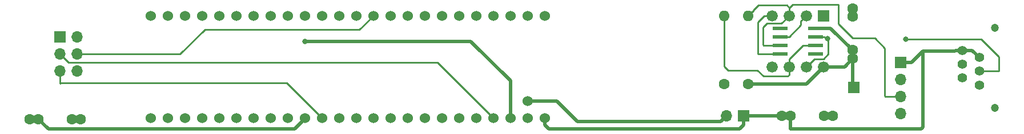
<source format=gbr>
G04 #@! TF.GenerationSoftware,KiCad,Pcbnew,(5.1.5)-3*
G04 #@! TF.CreationDate,2020-05-18T19:12:55+02:00*
G04 #@! TF.ProjectId,DNMS,444e4d53-2e6b-4696-9361-645f70636258,0.9.0*
G04 #@! TF.SameCoordinates,Original*
G04 #@! TF.FileFunction,Copper,L1,Top*
G04 #@! TF.FilePolarity,Positive*
%FSLAX46Y46*%
G04 Gerber Fmt 4.6, Leading zero omitted, Abs format (unit mm)*
G04 Created by KiCad (PCBNEW (5.1.5)-3) date 2020-05-18 19:12:55*
%MOMM*%
%LPD*%
G04 APERTURE LIST*
%ADD10C,1.530000*%
%ADD11C,1.524000*%
%ADD12R,1.700000X1.700000*%
%ADD13R,2.200000X0.600000*%
%ADD14C,1.600000*%
%ADD15O,1.700000X1.700000*%
%ADD16C,1.400000*%
%ADD17C,1.200000*%
%ADD18R,1.676400X1.676400*%
%ADD19C,1.676400*%
%ADD20O,1.600000X1.600000*%
%ADD21C,0.800000*%
%ADD22C,0.250000*%
%ADD23C,0.500000*%
G04 APERTURE END LIST*
D10*
X138645800Y-76809600D03*
X136105800Y-76809600D03*
X133565800Y-76809600D03*
X131025800Y-76809600D03*
X128485800Y-76809600D03*
X125945800Y-76809600D03*
X123405800Y-76809600D03*
X120865800Y-76809600D03*
X118325800Y-76809600D03*
X115785800Y-76809600D03*
X113245800Y-76809600D03*
X110705800Y-76809600D03*
X108165800Y-76809600D03*
X105625800Y-76809600D03*
X103085800Y-76809600D03*
X100545800Y-76809600D03*
X105625800Y-92049600D03*
X108165800Y-92049600D03*
X110705800Y-92049600D03*
X113245800Y-92049600D03*
X115785800Y-92049600D03*
X118325800Y-92049600D03*
X120865800Y-92049600D03*
X123405800Y-92049600D03*
X125945800Y-92049600D03*
X128485800Y-92049600D03*
X131025800Y-92049600D03*
X133565800Y-92049600D03*
X136105800Y-92049600D03*
X138645800Y-92049600D03*
X98005800Y-76809600D03*
X95465800Y-76809600D03*
X92925800Y-76809600D03*
X90385800Y-76809600D03*
X87845800Y-76809600D03*
X85305800Y-76809600D03*
X82765800Y-76809600D03*
X80225800Y-76809600D03*
X103085800Y-92049600D03*
X100545800Y-92049600D03*
X98005800Y-92049600D03*
X80225800Y-92049600D03*
X82765800Y-92049600D03*
X85305800Y-92049600D03*
X87845800Y-92049600D03*
X90385800Y-92049600D03*
X92925800Y-92049600D03*
X95465800Y-92049600D03*
D11*
X136105800Y-89509600D03*
D12*
X184429400Y-87477600D03*
D13*
X178749000Y-82473800D03*
X178749000Y-81203800D03*
X178749000Y-78663800D03*
X173549000Y-82473800D03*
X173549000Y-81203800D03*
X173549000Y-78663800D03*
X178749000Y-79933800D03*
X173549000Y-79933800D03*
D14*
X180062200Y-91770200D03*
X175062200Y-91770200D03*
X173812200Y-91770200D03*
X181312200Y-91770200D03*
X184327800Y-76960400D03*
X184327800Y-81960400D03*
X184327800Y-83210400D03*
X184327800Y-75710400D03*
X63549200Y-92227400D03*
X68549200Y-92227400D03*
X69799200Y-92227400D03*
X62299200Y-92227400D03*
D15*
X69342000Y-85090000D03*
X66802000Y-85090000D03*
X69342000Y-82550000D03*
X66802000Y-82550000D03*
X69342000Y-80010000D03*
D12*
X66802000Y-80010000D03*
D16*
X200506200Y-82032000D03*
X203046200Y-83052000D03*
X200506200Y-84072000D03*
X203046200Y-85092000D03*
X200506200Y-86112000D03*
X203046200Y-87132000D03*
D17*
X205346200Y-90582000D03*
X205346200Y-78582000D03*
D15*
X191414400Y-91363800D03*
X191414400Y-88823800D03*
X191414400Y-86283800D03*
D12*
X191414400Y-83743800D03*
D15*
X165588400Y-91744800D03*
D12*
X168128400Y-91744800D03*
D18*
X179986000Y-76808000D03*
D19*
X177446000Y-76808000D03*
X174906000Y-76808000D03*
X172366000Y-76808000D03*
X172366000Y-84428000D03*
X174906000Y-84428000D03*
X177446000Y-84428000D03*
X179986000Y-84428000D03*
D20*
X165254000Y-76808000D03*
D14*
X165254000Y-86968000D03*
D20*
X168810000Y-76808000D03*
D14*
X168810000Y-86968000D03*
D21*
X103073200Y-80619600D03*
X180568600Y-80264000D03*
X192189400Y-80289400D03*
D22*
X171180607Y-76808000D02*
X170230800Y-77757807D01*
X172366000Y-76808000D02*
X171180607Y-76808000D01*
X170230800Y-77757807D02*
X170230800Y-82473800D01*
X170230800Y-82473800D02*
X173549000Y-82473800D01*
D23*
X103085800Y-92113200D02*
X103085800Y-92049600D01*
X65046790Y-93724990D02*
X65760600Y-93724990D01*
X63549200Y-92227400D02*
X65046790Y-93724990D01*
X103085800Y-92176600D02*
X101549200Y-93713200D01*
X85675010Y-93724990D02*
X65046790Y-93724990D01*
X101485800Y-93726000D02*
X85750400Y-93726000D01*
X177446000Y-86968000D02*
X179986000Y-84428000D01*
X168810000Y-86968000D02*
X177446000Y-86968000D01*
X183110200Y-84428000D02*
X184327800Y-83210400D01*
X179986000Y-84428000D02*
X183110200Y-84428000D01*
X181031200Y-78663800D02*
X178749000Y-78663800D01*
X184327800Y-81960400D02*
X181031200Y-78663800D01*
X184327800Y-87376000D02*
X184429400Y-87477600D01*
X184327800Y-83210400D02*
X184327800Y-87376000D01*
X103073200Y-80619600D02*
X127660400Y-80619600D01*
X133565800Y-86525000D02*
X133565800Y-92049600D01*
X127660400Y-80619600D02*
X133565800Y-86525000D01*
X199516251Y-82032000D02*
X199480851Y-82067400D01*
X200506200Y-82032000D02*
X199516251Y-82032000D01*
X199480851Y-82067400D02*
X194716400Y-82067400D01*
X193040000Y-83743800D02*
X191414400Y-83743800D01*
X194716400Y-82067400D02*
X193040000Y-83743800D01*
X194716400Y-93446600D02*
X194716400Y-82067400D01*
X175182790Y-93724990D02*
X194438010Y-93724990D01*
X175133000Y-93675200D02*
X175182790Y-93724990D01*
X175062200Y-91770200D02*
X175062200Y-92901570D01*
X175107600Y-93675200D02*
X175133000Y-93675200D01*
X175062200Y-92901570D02*
X175082200Y-92921570D01*
X175082200Y-92921570D02*
X175082200Y-93649800D01*
X194438010Y-93724990D02*
X194716400Y-93446600D01*
X175082200Y-93649800D02*
X175107600Y-93675200D01*
X202026200Y-82032000D02*
X203046200Y-83052000D01*
X200506200Y-82032000D02*
X202026200Y-82032000D01*
X139209317Y-93694990D02*
X163183010Y-93694990D01*
X138645800Y-93131473D02*
X139209317Y-93694990D01*
X138645800Y-92049600D02*
X138645800Y-93131473D01*
X168153800Y-91770200D02*
X168128400Y-91744800D01*
X173812200Y-91770200D02*
X168153800Y-91770200D01*
X168128400Y-91744800D02*
X168128400Y-93094800D01*
X167498210Y-93724990D02*
X162737800Y-93724990D01*
X168128400Y-93094800D02*
X167498210Y-93724990D01*
D22*
X180099000Y-79933800D02*
X180670200Y-80505000D01*
X178749000Y-79933800D02*
X180099000Y-79933800D01*
X178609201Y-83264799D02*
X178284199Y-83589801D01*
X179943003Y-83264799D02*
X178609201Y-83264799D01*
X180670200Y-82537602D02*
X179943003Y-83264799D01*
X178284199Y-83589801D02*
X177446000Y-84428000D01*
X180670200Y-80505000D02*
X180670200Y-80505000D01*
X180670200Y-80505000D02*
X180670200Y-80505000D01*
X180670200Y-80505000D02*
X180670200Y-82537602D01*
X205959410Y-85092000D02*
X203046200Y-85092000D01*
X205959410Y-82947210D02*
X203352400Y-80340200D01*
X192328800Y-80289400D02*
X203352400Y-80340200D01*
X205959410Y-85092000D02*
X205959410Y-82947210D01*
X174899000Y-79933800D02*
X173549000Y-79933800D01*
X176607801Y-78224999D02*
X174899000Y-79933800D01*
X176607801Y-77646199D02*
X176607801Y-78224999D01*
X177446000Y-76808000D02*
X176607801Y-77646199D01*
X165254000Y-84377200D02*
X165254000Y-76808000D01*
X165814400Y-84937600D02*
X165254000Y-84377200D01*
X174906000Y-85613393D02*
X174667393Y-85852000D01*
X174906000Y-84428000D02*
X174906000Y-85613393D01*
X170129200Y-84937600D02*
X165814400Y-84937600D01*
X174667393Y-85852000D02*
X171043600Y-85852000D01*
X171043600Y-85852000D02*
X170129200Y-84937600D01*
X174906000Y-83242607D02*
X176944807Y-81203800D01*
X177399000Y-81203800D02*
X178749000Y-81203800D01*
X176944807Y-81203800D02*
X177399000Y-81203800D01*
X174906000Y-84428000D02*
X174906000Y-83242607D01*
X169609999Y-76008001D02*
X169609999Y-75982601D01*
X168810000Y-76808000D02*
X169609999Y-76008001D01*
X174906000Y-75622607D02*
X174906000Y-76808000D01*
X174543593Y-75260200D02*
X174906000Y-75622607D01*
X169559199Y-76033401D02*
X170332400Y-75260200D01*
X170332400Y-75260200D02*
X174543593Y-75260200D01*
X189072009Y-88818209D02*
X189077600Y-88823800D01*
X189072009Y-81630009D02*
X189072009Y-88818209D01*
X187604400Y-80162400D02*
X189072009Y-81630009D01*
X189077600Y-88823800D02*
X191414400Y-88823800D01*
X175395407Y-75133200D02*
X182143400Y-75133200D01*
X174906000Y-75622607D02*
X175395407Y-75133200D01*
X182143400Y-75133200D02*
X182143400Y-78054200D01*
X182143400Y-78054200D02*
X184251600Y-80162400D01*
X184251600Y-80162400D02*
X187604400Y-80162400D01*
X173742799Y-77971201D02*
X171609199Y-77971201D01*
X174906000Y-76808000D02*
X173742799Y-77971201D01*
X171609199Y-77971201D02*
X171018200Y-78562200D01*
X171018200Y-78562200D02*
X171018200Y-81178400D01*
X171043600Y-81203800D02*
X173549000Y-81203800D01*
X171018200Y-81178400D02*
X171043600Y-81203800D01*
X66802000Y-85090000D02*
X66802000Y-86893400D01*
X66802000Y-86893400D02*
X66852800Y-86842600D01*
X100418800Y-86842600D02*
X105625800Y-92049600D01*
X66852800Y-86842600D02*
X100418800Y-86842600D01*
X66802000Y-82550000D02*
X66878200Y-82550000D01*
X122770800Y-83794600D02*
X131025800Y-92049600D01*
X66802000Y-82550000D02*
X68046600Y-83794600D01*
X68046600Y-83794600D02*
X122770800Y-83794600D01*
X69342000Y-82550000D02*
X84582000Y-82550000D01*
X84582000Y-82550000D02*
X88239600Y-78892400D01*
X111163000Y-78892400D02*
X113245800Y-76809600D01*
X88239600Y-78892400D02*
X111163000Y-78892400D01*
D23*
X140436600Y-89509600D02*
X136105800Y-89509600D01*
X143521799Y-92594799D02*
X140436600Y-89509600D01*
X164738401Y-92594799D02*
X143521799Y-92594799D01*
X165588400Y-91744800D02*
X164738401Y-92594799D01*
M02*

</source>
